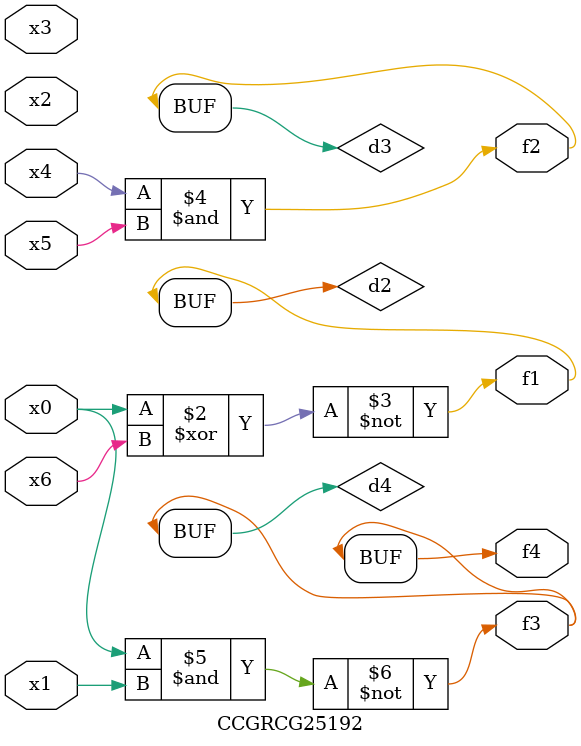
<source format=v>
module CCGRCG25192(
	input x0, x1, x2, x3, x4, x5, x6,
	output f1, f2, f3, f4
);

	wire d1, d2, d3, d4;

	nor (d1, x0);
	xnor (d2, x0, x6);
	and (d3, x4, x5);
	nand (d4, x0, x1);
	assign f1 = d2;
	assign f2 = d3;
	assign f3 = d4;
	assign f4 = d4;
endmodule

</source>
